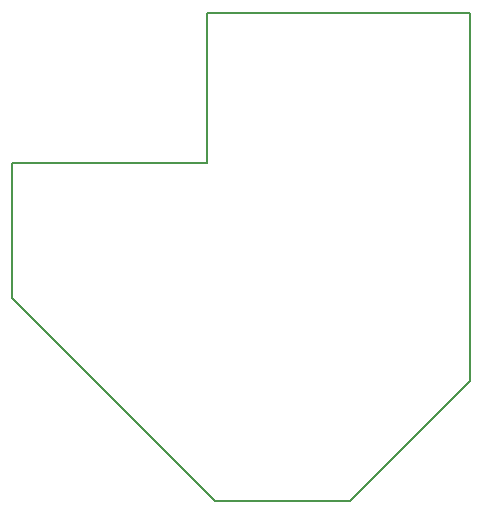
<source format=gbr>
G04 #@! TF.FileFunction,Profile,NP*
%FSLAX46Y46*%
G04 Gerber Fmt 4.6, Leading zero omitted, Abs format (unit mm)*
G04 Created by KiCad (PCBNEW 4.0.6) date 04/25/17 20:01:29*
%MOMM*%
%LPD*%
G01*
G04 APERTURE LIST*
%ADD10C,0.100000*%
%ADD11C,0.150000*%
G04 APERTURE END LIST*
D10*
D11*
X165100000Y-113665000D02*
X165100000Y-125095000D01*
X181610000Y-100965000D02*
X202565000Y-100965000D01*
X181610000Y-113665000D02*
X181610000Y-100965000D01*
X165100000Y-113665000D02*
X181610000Y-113665000D01*
X182245000Y-142240000D02*
X165100000Y-125095000D01*
X193675000Y-142240000D02*
X182245000Y-142240000D01*
X203835000Y-132080000D02*
X193675000Y-142240000D01*
X203835000Y-100965000D02*
X203835000Y-132080000D01*
X202565000Y-100965000D02*
X203835000Y-100965000D01*
M02*

</source>
